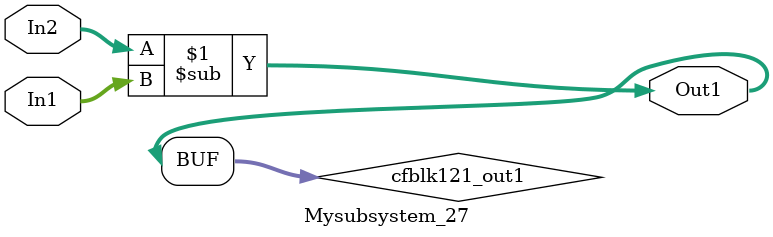
<source format=v>



`timescale 1 ns / 1 ns

module Mysubsystem_27
          (In1,
           In2,
           Out1);


  input   [7:0] In1;  // uint8
  input   [7:0] In2;  // uint8
  output  [7:0] Out1;  // uint8


  wire [7:0] cfblk121_out1;  // uint8


  assign cfblk121_out1 = In2 - In1;



  assign Out1 = cfblk121_out1;

endmodule  // Mysubsystem_27


</source>
